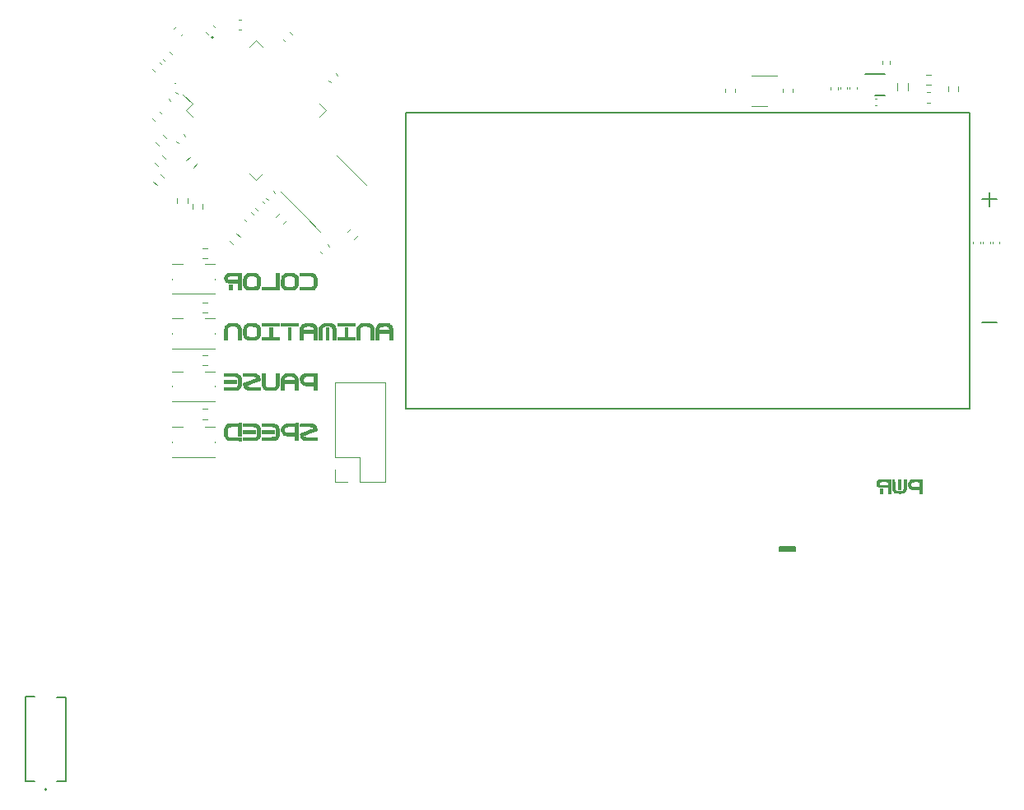
<source format=gbr>
%TF.GenerationSoftware,KiCad,Pcbnew,7.0.2-0*%
%TF.CreationDate,2023-09-28T22:34:41-05:00*%
%TF.ProjectId,spudglo_business_card,73707564-676c-46f5-9f62-7573696e6573,rev?*%
%TF.SameCoordinates,Original*%
%TF.FileFunction,Legend,Bot*%
%TF.FilePolarity,Positive*%
%FSLAX46Y46*%
G04 Gerber Fmt 4.6, Leading zero omitted, Abs format (unit mm)*
G04 Created by KiCad (PCBNEW 7.0.2-0) date 2023-09-28 22:34:41*
%MOMM*%
%LPD*%
G01*
G04 APERTURE LIST*
%ADD10C,0.150000*%
%ADD11C,0.120000*%
%ADD12C,0.152400*%
%ADD13C,0.127000*%
%ADD14C,0.200000*%
G04 APERTURE END LIST*
D10*
X241230000Y-133535000D02*
X242880000Y-133535000D01*
X242880000Y-134020000D01*
X241230000Y-134020000D01*
X241230000Y-133535000D01*
G36*
X241230000Y-133535000D02*
G01*
X242880000Y-133535000D01*
X242880000Y-134020000D01*
X241230000Y-134020000D01*
X241230000Y-133535000D01*
G37*
%TO.C,G\u002A\u002A\u002A*%
G36*
X192593738Y-120844736D02*
G01*
X192789292Y-120845008D01*
X192946907Y-120846118D01*
X193067011Y-120848571D01*
X193156712Y-120852872D01*
X193223120Y-120859523D01*
X193273344Y-120869029D01*
X193314493Y-120881895D01*
X193353677Y-120898623D01*
X193407821Y-120925576D01*
X193556028Y-121027258D01*
X193659794Y-121152187D01*
X193722383Y-121305280D01*
X193747056Y-121491452D01*
X193752967Y-121668989D01*
X193065792Y-121900835D01*
X193039387Y-121909753D01*
X192862636Y-121969911D01*
X192702842Y-122025079D01*
X192566389Y-122072995D01*
X192459660Y-122111398D01*
X192389039Y-122138024D01*
X192360909Y-122150613D01*
X192359144Y-122155919D01*
X192379453Y-122184257D01*
X192429828Y-122221359D01*
X192457506Y-122236761D01*
X192490703Y-122249776D01*
X192533839Y-122259379D01*
X192593843Y-122266086D01*
X192677646Y-122270414D01*
X192792178Y-122272876D01*
X192944370Y-122273989D01*
X193141151Y-122274268D01*
X193765847Y-122274365D01*
X193765847Y-122480450D01*
X193765847Y-122686535D01*
X193135678Y-122686535D01*
X192978352Y-122686367D01*
X192813266Y-122685364D01*
X192686322Y-122682981D01*
X192589950Y-122678683D01*
X192516583Y-122671936D01*
X192458651Y-122662205D01*
X192408585Y-122648955D01*
X192358818Y-122631651D01*
X192251313Y-122582348D01*
X192109714Y-122476905D01*
X192009844Y-122342006D01*
X191953309Y-122180107D01*
X191941714Y-121993664D01*
X191949721Y-121854805D01*
X192638819Y-121622829D01*
X192669306Y-121612544D01*
X192844830Y-121552453D01*
X193002281Y-121497094D01*
X193135488Y-121448746D01*
X193238278Y-121409685D01*
X193304478Y-121382190D01*
X193327916Y-121368538D01*
X193326674Y-121363951D01*
X193298292Y-121333480D01*
X193244194Y-121295178D01*
X193222755Y-121283092D01*
X193190129Y-121269685D01*
X193147859Y-121259741D01*
X193088965Y-121252748D01*
X193006469Y-121248194D01*
X192893391Y-121245565D01*
X192742752Y-121244349D01*
X192547573Y-121244035D01*
X191934674Y-121243939D01*
X191942198Y-121044294D01*
X191949721Y-120844649D01*
X192593738Y-120844736D01*
G37*
G36*
X191808038Y-121756878D02*
G01*
X191808038Y-122686535D01*
X191614833Y-122686535D01*
X191421628Y-122686535D01*
X191421628Y-121965237D01*
X191421628Y-121243939D01*
X191021511Y-121243939D01*
X190956965Y-121244148D01*
X190772746Y-121248602D01*
X190632469Y-121260794D01*
X190530449Y-121283281D01*
X190460999Y-121318619D01*
X190418432Y-121369365D01*
X190397062Y-121438075D01*
X190391202Y-121527306D01*
X190396825Y-121613125D01*
X190419140Y-121684963D01*
X190463930Y-121737563D01*
X190536948Y-121773680D01*
X190643943Y-121796068D01*
X190790666Y-121807481D01*
X190982870Y-121810673D01*
X191344346Y-121810673D01*
X191344346Y-122006006D01*
X191344346Y-122201339D01*
X190899975Y-122192546D01*
X190761068Y-122189562D01*
X190634199Y-122185527D01*
X190541447Y-122179765D01*
X190473330Y-122170979D01*
X190420365Y-122157873D01*
X190373068Y-122139149D01*
X190321958Y-122113512D01*
X190198512Y-122031020D01*
X190087650Y-121903881D01*
X190015501Y-121743339D01*
X189987295Y-121618610D01*
X189984272Y-121465526D01*
X190018779Y-121299773D01*
X190022625Y-121287251D01*
X190094065Y-121136867D01*
X190205513Y-121014708D01*
X190360763Y-120916523D01*
X190507125Y-120844649D01*
X191157581Y-120835934D01*
X191808038Y-120827220D01*
X191808038Y-121756878D01*
G37*
G36*
X188561009Y-120834257D02*
G01*
X188733473Y-120836070D01*
X189322135Y-120844649D01*
X189494292Y-120926209D01*
X189584248Y-120974089D01*
X189689695Y-121052784D01*
X189768452Y-121148540D01*
X189823239Y-121267909D01*
X189856780Y-121417448D01*
X189871797Y-121603711D01*
X189871012Y-121833253D01*
X189867078Y-121939029D01*
X189859168Y-122059457D01*
X189847020Y-122149689D01*
X189828730Y-122222407D01*
X189802395Y-122290291D01*
X189715711Y-122437036D01*
X189590666Y-122557477D01*
X189433354Y-122637773D01*
X189415522Y-122643748D01*
X189366099Y-122657448D01*
X189309828Y-122667610D01*
X189239267Y-122674637D01*
X189146971Y-122678934D01*
X189025497Y-122680905D01*
X188867400Y-122680953D01*
X188665239Y-122679484D01*
X188034103Y-122673655D01*
X188034103Y-122480450D01*
X188034103Y-122287245D01*
X188686834Y-122274365D01*
X189339566Y-122261484D01*
X189401692Y-122189206D01*
X189401866Y-122189004D01*
X189426893Y-122157036D01*
X189444089Y-122123049D01*
X189454916Y-122077141D01*
X189460837Y-122009414D01*
X189463317Y-121909968D01*
X189463819Y-121768902D01*
X189463736Y-121741288D01*
X189461103Y-121610888D01*
X189455319Y-121498261D01*
X189447132Y-121414655D01*
X189437295Y-121371315D01*
X189432648Y-121362900D01*
X189407338Y-121327063D01*
X189373161Y-121299165D01*
X189324026Y-121278231D01*
X189253840Y-121263288D01*
X189156512Y-121253362D01*
X189025950Y-121247477D01*
X188856062Y-121244661D01*
X188640757Y-121243939D01*
X188021222Y-121243939D01*
X188021222Y-121051225D01*
X188021384Y-121000812D01*
X188024115Y-120921513D01*
X188032969Y-120876625D01*
X188051438Y-120854377D01*
X188083017Y-120843001D01*
X188098124Y-120840850D01*
X188163286Y-120837301D01*
X188267659Y-120834961D01*
X188402985Y-120833917D01*
X188561009Y-120834257D01*
G37*
G36*
X186942815Y-120845109D02*
G01*
X187123398Y-120847630D01*
X187266113Y-120853721D01*
X187378208Y-120864885D01*
X187466929Y-120882626D01*
X187539524Y-120908449D01*
X187603242Y-120943856D01*
X187665329Y-120990353D01*
X187733033Y-121049442D01*
X187771968Y-121086890D01*
X187827750Y-121155225D01*
X187867994Y-121232923D01*
X187894702Y-121328355D01*
X187909877Y-121449895D01*
X187915519Y-121605914D01*
X187913630Y-121804784D01*
X187910102Y-121940192D01*
X187904861Y-122063119D01*
X187897353Y-122152324D01*
X187886346Y-122217510D01*
X187870609Y-122268377D01*
X187848909Y-122314630D01*
X187815724Y-122370237D01*
X187716711Y-122491343D01*
X187600118Y-122587919D01*
X187480249Y-122647066D01*
X187449674Y-122654785D01*
X187376611Y-122665702D01*
X187273031Y-122673894D01*
X187133691Y-122679623D01*
X186953345Y-122683151D01*
X186726750Y-122684741D01*
X186089174Y-122686535D01*
X186089174Y-122480450D01*
X186089174Y-122274365D01*
X186728370Y-122274365D01*
X187367567Y-122274365D01*
X187443094Y-122195532D01*
X187463030Y-122174173D01*
X187489580Y-122139203D01*
X187506677Y-122098619D01*
X187516965Y-122040946D01*
X187523087Y-121954712D01*
X187527689Y-121828442D01*
X187529997Y-121729289D01*
X187528032Y-121585440D01*
X187516466Y-121479361D01*
X187493282Y-121402468D01*
X187456461Y-121346176D01*
X187403989Y-121301900D01*
X187398886Y-121298478D01*
X187370141Y-121280990D01*
X187338685Y-121267703D01*
X187297545Y-121258041D01*
X187239748Y-121251428D01*
X187158322Y-121247287D01*
X187046293Y-121245043D01*
X186896689Y-121244119D01*
X186702536Y-121243939D01*
X186087007Y-121243939D01*
X186094530Y-121044294D01*
X186102054Y-120844649D01*
X186746070Y-120844649D01*
X186942815Y-120845109D01*
G37*
G36*
X185960371Y-121511889D02*
G01*
X185960371Y-122197083D01*
X185767166Y-122197083D01*
X185573961Y-122197083D01*
X185573961Y-121720511D01*
X185573961Y-121243939D01*
X185160097Y-121243939D01*
X185088190Y-121244011D01*
X184911172Y-121246609D01*
X184777485Y-121256803D01*
X184681036Y-121279775D01*
X184615733Y-121320704D01*
X184575481Y-121384768D01*
X184554188Y-121477148D01*
X184545762Y-121603023D01*
X184544108Y-121767573D01*
X184543535Y-122123764D01*
X184618835Y-122199064D01*
X184694136Y-122274365D01*
X185327253Y-122274365D01*
X185960371Y-122274365D01*
X185960371Y-122482374D01*
X185960371Y-122690383D01*
X185297034Y-122681798D01*
X185218138Y-122680759D01*
X185031968Y-122677945D01*
X184887783Y-122674743D01*
X184778579Y-122670538D01*
X184697350Y-122664717D01*
X184637091Y-122656666D01*
X184590798Y-122645771D01*
X184551466Y-122631417D01*
X184512089Y-122612991D01*
X184368969Y-122517625D01*
X184249649Y-122383765D01*
X184170846Y-122225373D01*
X184155351Y-122171587D01*
X184142096Y-122097915D01*
X184134886Y-122006586D01*
X184132924Y-121886353D01*
X184135410Y-121725974D01*
X184139350Y-121586666D01*
X184144875Y-121476494D01*
X184153527Y-121395555D01*
X184167126Y-121332316D01*
X184187494Y-121275249D01*
X184216451Y-121212822D01*
X184268370Y-121123945D01*
X184393965Y-120986114D01*
X184556415Y-120883580D01*
X184556947Y-120883334D01*
X184597677Y-120871123D01*
X184664738Y-120861135D01*
X184763167Y-120853055D01*
X184898001Y-120846565D01*
X185074277Y-120841350D01*
X185297034Y-120837093D01*
X185960371Y-120826694D01*
X185960371Y-121511889D01*
G37*
G36*
X189386537Y-121759579D02*
G01*
X189386537Y-121966092D01*
X188710320Y-121959224D01*
X188034103Y-121952357D01*
X188026391Y-121774338D01*
X188025006Y-121683320D01*
X188032865Y-121609180D01*
X188052152Y-121575087D01*
X188075867Y-121570362D01*
X188146059Y-121564986D01*
X188254518Y-121560376D01*
X188393903Y-121556764D01*
X188556871Y-121554381D01*
X188736080Y-121553461D01*
X189386537Y-121553066D01*
X189386537Y-121759579D01*
G37*
G36*
X187428728Y-121758717D02*
G01*
X187428728Y-121965237D01*
X186757867Y-121965237D01*
X186087007Y-121965237D01*
X186094530Y-121765592D01*
X186102054Y-121565947D01*
X186765391Y-121559072D01*
X187428728Y-121552197D01*
X187428728Y-121758717D01*
G37*
G36*
X193765847Y-116594142D02*
G01*
X193765847Y-117508645D01*
X193559762Y-117508645D01*
X193353677Y-117508645D01*
X193353677Y-116787346D01*
X193353677Y-116066048D01*
X192999468Y-116066663D01*
X192914113Y-116067209D01*
X192741299Y-116072117D01*
X192610002Y-116082985D01*
X192513284Y-116100914D01*
X192444203Y-116127004D01*
X192395820Y-116162355D01*
X192375444Y-116187616D01*
X192339034Y-116276486D01*
X192329242Y-116381047D01*
X192349338Y-116479008D01*
X192357720Y-116497923D01*
X192389391Y-116547935D01*
X192434532Y-116584116D01*
X192500732Y-116608577D01*
X192595582Y-116623434D01*
X192726670Y-116630798D01*
X192901586Y-116632783D01*
X193276395Y-116632783D01*
X193276395Y-116825987D01*
X193276395Y-117019192D01*
X192849749Y-117019192D01*
X192745639Y-117019058D01*
X192613088Y-117017764D01*
X192515960Y-117014125D01*
X192444314Y-117006976D01*
X192388205Y-116995154D01*
X192337693Y-116977495D01*
X192282833Y-116952834D01*
X192259062Y-116941071D01*
X192117536Y-116841905D01*
X192016894Y-116711788D01*
X191956843Y-116550215D01*
X191937093Y-116356683D01*
X191946193Y-116231893D01*
X191995461Y-116057582D01*
X192085560Y-115912353D01*
X192214321Y-115799320D01*
X192379575Y-115721597D01*
X192406831Y-115713635D01*
X192464758Y-115701615D01*
X192538798Y-115692658D01*
X192636029Y-115686374D01*
X192763532Y-115682371D01*
X192928386Y-115680256D01*
X193137670Y-115679639D01*
X193765847Y-115679639D01*
X193765847Y-116594142D01*
G37*
G36*
X190936142Y-115692521D02*
G01*
X191091291Y-115692872D01*
X191205455Y-115694622D01*
X191287698Y-115698901D01*
X191347083Y-115706841D01*
X191392672Y-115719573D01*
X191433529Y-115738227D01*
X191478717Y-115763935D01*
X191520349Y-115790808D01*
X191603277Y-115856384D01*
X191664976Y-115920268D01*
X191683243Y-115944768D01*
X191721112Y-116002229D01*
X191750508Y-116062257D01*
X191772485Y-116131843D01*
X191788099Y-116217979D01*
X191798405Y-116327658D01*
X191804461Y-116467871D01*
X191807319Y-116645610D01*
X191808038Y-116867867D01*
X191808038Y-117508645D01*
X191614833Y-117508645D01*
X191421628Y-117508645D01*
X191421628Y-116915322D01*
X191421507Y-116818505D01*
X191419823Y-116621295D01*
X191415179Y-116467007D01*
X191406337Y-116349589D01*
X191392063Y-116262990D01*
X191371122Y-116201159D01*
X191342278Y-116158045D01*
X191304295Y-116127596D01*
X191255938Y-116103762D01*
X191215269Y-116091729D01*
X191117930Y-116076981D01*
X190994144Y-116068184D01*
X190859177Y-116065843D01*
X190728294Y-116070466D01*
X190616759Y-116082558D01*
X190582098Y-116090005D01*
X190480949Y-116137556D01*
X190414865Y-116213203D01*
X190391202Y-116309544D01*
X190391202Y-116400937D01*
X190867774Y-116400937D01*
X191344346Y-116400937D01*
X191344346Y-116593573D01*
X191344346Y-116786210D01*
X190861334Y-116793218D01*
X190378322Y-116800227D01*
X190371155Y-117154436D01*
X190363988Y-117508645D01*
X190171510Y-117508645D01*
X189979032Y-117508645D01*
X189979032Y-116868472D01*
X189979852Y-116677653D01*
X189983276Y-116472222D01*
X189989303Y-116313117D01*
X189997860Y-116202049D01*
X190008878Y-116140734D01*
X190064003Y-116019852D01*
X190174532Y-115876731D01*
X190317836Y-115768829D01*
X190455604Y-115692519D01*
X190906415Y-115692519D01*
X190936142Y-115692521D01*
G37*
G36*
X188433393Y-116310368D02*
G01*
X188433393Y-116941097D01*
X188508499Y-117025226D01*
X188583605Y-117109355D01*
X188910141Y-117117946D01*
X189056483Y-117121299D01*
X189179120Y-117119604D01*
X189274286Y-117107527D01*
X189345465Y-117079927D01*
X189396139Y-117031660D01*
X189429790Y-116957586D01*
X189449901Y-116852561D01*
X189459955Y-116711443D01*
X189463433Y-116529090D01*
X189463819Y-116300360D01*
X189463819Y-115679639D01*
X189671828Y-115679639D01*
X189879837Y-115679639D01*
X189871473Y-116342975D01*
X189868738Y-116539550D01*
X189865580Y-116701619D01*
X189861571Y-116825802D01*
X189856156Y-116919073D01*
X189848780Y-116988407D01*
X189838885Y-117040777D01*
X189825916Y-117083158D01*
X189809317Y-117122524D01*
X189733234Y-117248259D01*
X189614714Y-117372677D01*
X189477271Y-117460444D01*
X189454250Y-117470114D01*
X189402178Y-117485883D01*
X189336285Y-117496674D01*
X189247152Y-117503352D01*
X189125359Y-117506781D01*
X188961486Y-117507827D01*
X188920404Y-117507835D01*
X188773028Y-117507037D01*
X188664727Y-117504058D01*
X188585412Y-117497783D01*
X188524997Y-117487097D01*
X188473393Y-117470886D01*
X188420513Y-117448034D01*
X188379624Y-117426382D01*
X188279868Y-117358031D01*
X188196561Y-117282376D01*
X188180114Y-117263746D01*
X188132989Y-117203155D01*
X188096074Y-117138871D01*
X188068159Y-117064065D01*
X188048034Y-116971910D01*
X188034489Y-116855575D01*
X188026312Y-116708235D01*
X188022293Y-116523058D01*
X188021222Y-116293218D01*
X188021222Y-115679639D01*
X188227308Y-115679639D01*
X188433393Y-115679639D01*
X188433393Y-116310368D01*
G37*
G36*
X186713870Y-115679782D02*
G01*
X186823252Y-115680197D01*
X186998061Y-115682506D01*
X187154842Y-115686573D01*
X187285224Y-115692089D01*
X187380832Y-115698746D01*
X187433295Y-115706237D01*
X187536564Y-115743486D01*
X187685771Y-115837516D01*
X187799884Y-115967325D01*
X187876187Y-116129430D01*
X187911964Y-116320343D01*
X187924642Y-116497538D01*
X187211916Y-116735107D01*
X187166190Y-116750360D01*
X186969102Y-116816535D01*
X186815281Y-116869256D01*
X186699932Y-116910484D01*
X186618262Y-116942177D01*
X186565475Y-116966297D01*
X186536776Y-116984802D01*
X186527372Y-116999651D01*
X186532468Y-117012805D01*
X186554103Y-117035985D01*
X186592597Y-117064151D01*
X186644336Y-117085568D01*
X186715695Y-117101116D01*
X186813051Y-117111676D01*
X186942779Y-117118129D01*
X187111256Y-117121355D01*
X187324858Y-117122235D01*
X187918180Y-117122235D01*
X187918180Y-117315440D01*
X187918180Y-117508645D01*
X187280604Y-117508501D01*
X187173144Y-117508130D01*
X186992101Y-117505873D01*
X186831105Y-117501815D01*
X186698024Y-117496243D01*
X186600725Y-117489446D01*
X186547076Y-117481709D01*
X186406689Y-117420533D01*
X186277578Y-117315922D01*
X186177265Y-117179825D01*
X186112286Y-117021268D01*
X186089174Y-116849275D01*
X186089174Y-116688597D01*
X186776661Y-116459435D01*
X186803171Y-116450578D01*
X186979655Y-116390548D01*
X187138719Y-116334648D01*
X187274046Y-116285231D01*
X187379319Y-116244652D01*
X187448220Y-116215264D01*
X187474432Y-116199422D01*
X187471559Y-116186424D01*
X187436261Y-116153307D01*
X187372999Y-116117876D01*
X187360922Y-116112538D01*
X187319624Y-116097214D01*
X187271990Y-116085733D01*
X187210492Y-116077543D01*
X187127597Y-116072088D01*
X187015775Y-116068818D01*
X186867496Y-116067177D01*
X186675229Y-116066614D01*
X186089174Y-116066048D01*
X186089174Y-115872843D01*
X186089174Y-115679639D01*
X186713870Y-115679782D01*
G37*
G36*
X184807581Y-115684519D02*
G01*
X184986374Y-115686698D01*
X185151501Y-115689217D01*
X185277988Y-115692356D01*
X185372748Y-115696771D01*
X185442693Y-115703118D01*
X185494738Y-115712054D01*
X185535795Y-115724235D01*
X185572779Y-115740318D01*
X185612602Y-115760959D01*
X185660816Y-115788774D01*
X185746801Y-115847581D01*
X185810880Y-115902642D01*
X185841149Y-115936185D01*
X185885662Y-115997277D01*
X185917723Y-116065492D01*
X185939266Y-116149694D01*
X185952224Y-116258749D01*
X185958530Y-116401521D01*
X185960119Y-116586874D01*
X185960034Y-116646949D01*
X185958924Y-116790614D01*
X185955659Y-116896115D01*
X185949132Y-116973382D01*
X185938231Y-117032350D01*
X185921848Y-117082950D01*
X185898872Y-117135115D01*
X185819151Y-117265816D01*
X185704328Y-117386087D01*
X185573961Y-117467635D01*
X185544699Y-117477757D01*
X185494429Y-117487921D01*
X185423301Y-117495585D01*
X185325183Y-117501068D01*
X185193944Y-117504691D01*
X185023454Y-117506774D01*
X184807581Y-117507636D01*
X184131364Y-117508645D01*
X184131364Y-117316699D01*
X184131364Y-117124753D01*
X184777535Y-117117054D01*
X185423706Y-117109355D01*
X185498833Y-117025226D01*
X185509676Y-117013036D01*
X185536733Y-116979610D01*
X185554880Y-116945350D01*
X185565897Y-116900116D01*
X185571563Y-116833773D01*
X185573658Y-116736183D01*
X185573961Y-116597209D01*
X185573961Y-116592847D01*
X185572940Y-116450624D01*
X185566480Y-116336641D01*
X185549460Y-116247773D01*
X185516759Y-116180890D01*
X185463257Y-116132868D01*
X185383835Y-116100577D01*
X185273373Y-116080892D01*
X185126749Y-116070684D01*
X184938844Y-116066826D01*
X184704539Y-116066192D01*
X184131364Y-116066048D01*
X184131364Y-115871284D01*
X184131364Y-115676520D01*
X184807581Y-115684519D01*
G37*
G36*
X185496679Y-116594142D02*
G01*
X185496679Y-116787346D01*
X184814022Y-116787346D01*
X184131364Y-116787346D01*
X184131364Y-116594142D01*
X184131364Y-116400937D01*
X184814022Y-116400937D01*
X185496679Y-116400937D01*
X185496679Y-116594142D01*
G37*
G36*
X200700414Y-110514845D02*
G01*
X200868043Y-110518542D01*
X200997131Y-110528567D01*
X201097223Y-110547171D01*
X201177860Y-110576607D01*
X201248588Y-110619127D01*
X201318950Y-110676984D01*
X201341646Y-110697618D01*
X201396814Y-110750848D01*
X201440226Y-110802108D01*
X201473378Y-110858084D01*
X201497768Y-110925462D01*
X201514891Y-111010930D01*
X201526245Y-111121173D01*
X201533327Y-111262878D01*
X201537633Y-111442730D01*
X201540660Y-111667417D01*
X201548636Y-112356515D01*
X201353895Y-112356515D01*
X201159154Y-112356515D01*
X201159154Y-111763192D01*
X201158607Y-111535727D01*
X201154763Y-111348466D01*
X201144317Y-111202707D01*
X201123964Y-111093376D01*
X201090398Y-111015401D01*
X201040317Y-110963710D01*
X200970414Y-110933231D01*
X200877385Y-110918891D01*
X200757925Y-110915616D01*
X200608730Y-110918336D01*
X200477041Y-110922001D01*
X200374757Y-110926905D01*
X200305201Y-110934405D01*
X200258595Y-110946178D01*
X200225162Y-110963901D01*
X200195125Y-110989251D01*
X200151051Y-111044844D01*
X200128728Y-111137374D01*
X200128728Y-111223046D01*
X200592419Y-111223046D01*
X201056111Y-111223046D01*
X201056111Y-111429131D01*
X201056111Y-111635217D01*
X200579539Y-111635217D01*
X200102967Y-111635217D01*
X200102967Y-111995866D01*
X200102967Y-112356515D01*
X199909762Y-112356515D01*
X199716557Y-112356515D01*
X199716809Y-111693178D01*
X199716879Y-111586380D01*
X199717389Y-111406745D01*
X199718846Y-111268067D01*
X199721793Y-111163292D01*
X199726776Y-111085364D01*
X199734339Y-111027230D01*
X199745026Y-110981834D01*
X199759383Y-110942122D01*
X199777952Y-110901038D01*
X199858954Y-110766277D01*
X199968319Y-110659372D01*
X200115847Y-110573971D01*
X200165792Y-110552617D01*
X200219820Y-110535665D01*
X200282694Y-110524619D01*
X200365081Y-110518250D01*
X200477648Y-110515329D01*
X200631060Y-110514628D01*
X200700414Y-110514845D01*
G37*
G36*
X198836692Y-110514765D02*
G01*
X198954598Y-110516131D01*
X199039420Y-110520231D01*
X199101407Y-110528570D01*
X199150810Y-110542654D01*
X199197880Y-110563988D01*
X199252865Y-110594078D01*
X199281569Y-110611058D01*
X199422016Y-110727767D01*
X199523385Y-110877242D01*
X199583505Y-111056448D01*
X199584690Y-111062837D01*
X199592586Y-111132289D01*
X199599376Y-111237119D01*
X199604971Y-111368639D01*
X199609287Y-111518164D01*
X199612235Y-111677007D01*
X199613729Y-111836483D01*
X199613681Y-111987905D01*
X199612005Y-112122588D01*
X199608615Y-112231846D01*
X199603422Y-112306992D01*
X199596341Y-112339341D01*
X199594960Y-112340378D01*
X199557497Y-112348547D01*
X199484489Y-112354324D01*
X199390256Y-112356515D01*
X199201344Y-112356515D01*
X199201344Y-111736980D01*
X199201236Y-111634092D01*
X199199849Y-111441215D01*
X199195995Y-111291006D01*
X199188591Y-111177374D01*
X199176552Y-111094229D01*
X199158795Y-111035479D01*
X199134237Y-110995034D01*
X199101793Y-110966802D01*
X199060380Y-110944694D01*
X199030708Y-110935904D01*
X198946202Y-110924222D01*
X198825609Y-110916670D01*
X198678479Y-110914015D01*
X198547032Y-110915063D01*
X198446319Y-110919281D01*
X198375680Y-110928089D01*
X198324060Y-110942907D01*
X198280401Y-110965157D01*
X198265526Y-110974283D01*
X198214604Y-111006545D01*
X198191353Y-111023023D01*
X198189711Y-111043035D01*
X198187036Y-111108365D01*
X198183729Y-111212323D01*
X198179992Y-111347986D01*
X198176026Y-111508432D01*
X198172033Y-111686738D01*
X198158038Y-112343634D01*
X197964833Y-112343634D01*
X197771628Y-112343634D01*
X197771628Y-111673858D01*
X197771628Y-111004081D01*
X197848910Y-110864384D01*
X197921994Y-110756942D01*
X198056297Y-110632127D01*
X198218033Y-110548156D01*
X198254237Y-110538750D01*
X198359220Y-110525438D01*
X198512430Y-110517353D01*
X198711892Y-110514628D01*
X198836692Y-110514765D01*
G37*
G36*
X196934407Y-111467772D02*
G01*
X196934407Y-111944344D01*
X197295056Y-111944344D01*
X197655705Y-111944344D01*
X197655705Y-112150430D01*
X197655705Y-112356515D01*
X196741202Y-112356515D01*
X195826699Y-112356515D01*
X195826699Y-112150430D01*
X195826699Y-111944344D01*
X196187348Y-111944344D01*
X196547997Y-111944344D01*
X196547997Y-111467772D01*
X196547997Y-110991200D01*
X196741202Y-110991200D01*
X196934407Y-110991200D01*
X196934407Y-111467772D01*
G37*
G36*
X194885323Y-110506863D02*
G01*
X194919085Y-110508181D01*
X195095143Y-110521041D01*
X195232813Y-110544983D01*
X195342961Y-110583622D01*
X195436453Y-110640576D01*
X195524155Y-110719459D01*
X195560662Y-110758797D01*
X195602373Y-110812640D01*
X195634729Y-110871613D01*
X195658901Y-110942342D01*
X195676056Y-111031452D01*
X195687364Y-111145568D01*
X195693995Y-111291315D01*
X195697115Y-111475320D01*
X195697896Y-111704207D01*
X195697896Y-112356515D01*
X195504691Y-112356515D01*
X195311486Y-112356515D01*
X195311486Y-111748593D01*
X195311150Y-111530282D01*
X195307996Y-111345178D01*
X195298752Y-111201420D01*
X195280145Y-111093785D01*
X195248904Y-111017049D01*
X195201754Y-110965988D01*
X195135423Y-110935377D01*
X195046640Y-110919994D01*
X194932130Y-110914615D01*
X194788621Y-110914015D01*
X194657174Y-110915063D01*
X194556461Y-110919281D01*
X194485822Y-110928089D01*
X194434202Y-110942907D01*
X194390543Y-110965157D01*
X194375668Y-110974283D01*
X194324746Y-111006545D01*
X194301495Y-111023023D01*
X194299853Y-111043035D01*
X194297178Y-111108365D01*
X194293871Y-111212323D01*
X194290134Y-111347986D01*
X194286168Y-111508432D01*
X194282175Y-111686738D01*
X194268180Y-112343634D01*
X194066656Y-112351192D01*
X193865132Y-112358750D01*
X193873451Y-111666441D01*
X193881770Y-110974131D01*
X193959803Y-110847422D01*
X193981194Y-110815083D01*
X194102377Y-110685060D01*
X194255581Y-110585966D01*
X194428328Y-110526349D01*
X194462748Y-110520432D01*
X194578860Y-110509491D01*
X194724824Y-110504751D01*
X194885323Y-110506863D01*
G37*
G36*
X194976598Y-111673858D02*
G01*
X194976598Y-112356515D01*
X194783393Y-112356515D01*
X194590188Y-112356515D01*
X194590188Y-111673858D01*
X194590188Y-110991200D01*
X194783393Y-110991200D01*
X194976598Y-110991200D01*
X194976598Y-111673858D01*
G37*
G36*
X193120412Y-110520625D02*
G01*
X193286817Y-110547564D01*
X193418078Y-110592150D01*
X193522435Y-110658424D01*
X193608126Y-110750425D01*
X193683392Y-110872193D01*
X193752967Y-111004081D01*
X193761313Y-111681416D01*
X193769660Y-112358751D01*
X193568108Y-112351193D01*
X193366557Y-112343634D01*
X193353677Y-111712499D01*
X193352282Y-111645987D01*
X193347296Y-111448096D01*
X193341253Y-111293809D01*
X193333138Y-111176993D01*
X193321936Y-111091513D01*
X193306633Y-111031235D01*
X193286216Y-110990025D01*
X193259668Y-110961748D01*
X193225977Y-110940269D01*
X193195181Y-110931373D01*
X193117011Y-110922129D01*
X193009487Y-110916558D01*
X192885445Y-110914623D01*
X192757725Y-110916284D01*
X192639165Y-110921505D01*
X192542603Y-110930247D01*
X192480876Y-110942472D01*
X192402895Y-110993450D01*
X192345447Y-111076094D01*
X192323251Y-111170246D01*
X192323310Y-111175159D01*
X192326608Y-111192455D01*
X192339987Y-111204991D01*
X192370353Y-111213531D01*
X192424613Y-111218842D01*
X192509673Y-111221688D01*
X192632441Y-111222834D01*
X192799823Y-111223046D01*
X193276395Y-111223046D01*
X193276395Y-111429131D01*
X193276395Y-111635217D01*
X192799823Y-111635217D01*
X192323251Y-111635217D01*
X192323251Y-111995866D01*
X192323251Y-112356515D01*
X192130046Y-112356515D01*
X191936841Y-112356515D01*
X191936841Y-111678916D01*
X191936841Y-111001316D01*
X192003811Y-110866926D01*
X192063151Y-110769961D01*
X192168656Y-110663163D01*
X192305578Y-110585013D01*
X192477583Y-110534109D01*
X192688337Y-110509051D01*
X192941506Y-110508435D01*
X193120412Y-110520625D01*
G37*
G36*
X191086740Y-111673858D02*
G01*
X191086740Y-112356515D01*
X190893535Y-112356515D01*
X190700330Y-112356515D01*
X190700330Y-111673858D01*
X190700330Y-110991200D01*
X190893535Y-110991200D01*
X191086740Y-110991200D01*
X191086740Y-111673858D01*
G37*
G36*
X189154691Y-111465962D02*
G01*
X189154691Y-111942890D01*
X189508900Y-111950058D01*
X189863109Y-111957225D01*
X189870875Y-112121956D01*
X189872924Y-112202282D01*
X189871040Y-112278932D01*
X189865117Y-112321931D01*
X189863469Y-112324778D01*
X189847597Y-112333724D01*
X189812648Y-112340743D01*
X189753988Y-112345978D01*
X189666984Y-112349573D01*
X189547001Y-112351670D01*
X189389407Y-112352412D01*
X189189567Y-112351943D01*
X188942847Y-112350405D01*
X188034103Y-112343634D01*
X188034103Y-112150430D01*
X188034103Y-111957225D01*
X188387733Y-111950061D01*
X188741364Y-111942898D01*
X188748382Y-111473489D01*
X188755401Y-111004081D01*
X188955046Y-110996557D01*
X189154691Y-110989033D01*
X189154691Y-111465962D01*
G37*
G36*
X187891081Y-111828107D02*
G01*
X187866824Y-111925108D01*
X187832908Y-111999979D01*
X187729302Y-112143766D01*
X187591677Y-112257637D01*
X187430232Y-112332088D01*
X187397481Y-112339244D01*
X187303519Y-112349046D01*
X187178752Y-112354204D01*
X187036563Y-112354937D01*
X186890332Y-112351461D01*
X186753439Y-112343995D01*
X186639265Y-112332755D01*
X186561192Y-112317960D01*
X186421434Y-112258101D01*
X186276980Y-112150768D01*
X186166456Y-112013428D01*
X186164406Y-112009993D01*
X186141960Y-111969930D01*
X186125667Y-111930724D01*
X186114543Y-111883645D01*
X186107603Y-111819964D01*
X186103864Y-111730951D01*
X186102343Y-111607877D01*
X186102173Y-111510429D01*
X186477894Y-111510429D01*
X186481264Y-111649450D01*
X186493877Y-111750650D01*
X186517690Y-111821989D01*
X186554657Y-111871425D01*
X186606736Y-111906918D01*
X186653899Y-111923178D01*
X186734705Y-111935372D01*
X186852660Y-111942210D01*
X187014871Y-111944344D01*
X187050333Y-111944340D01*
X187177136Y-111943743D01*
X187265090Y-111940837D01*
X187324513Y-111933774D01*
X187365720Y-111920707D01*
X187399031Y-111899790D01*
X187434761Y-111869176D01*
X187518890Y-111794007D01*
X187518890Y-111431830D01*
X187518859Y-111357487D01*
X187518022Y-111235615D01*
X187514851Y-111151212D01*
X187507781Y-111094777D01*
X187495248Y-111056803D01*
X187475687Y-111027787D01*
X187447536Y-110998226D01*
X187436932Y-110987709D01*
X187407803Y-110962332D01*
X187375262Y-110944874D01*
X187329689Y-110933547D01*
X187261465Y-110926561D01*
X187160969Y-110922127D01*
X187018581Y-110918456D01*
X186660980Y-110910113D01*
X186574722Y-110987122D01*
X186488464Y-111064130D01*
X186479873Y-111390667D01*
X186477894Y-111510429D01*
X186102173Y-111510429D01*
X186102054Y-111442012D01*
X186102060Y-111394839D01*
X186102477Y-111241381D01*
X186104324Y-111128305D01*
X186108670Y-111046755D01*
X186116581Y-110987873D01*
X186129127Y-110942803D01*
X186147374Y-110902688D01*
X186172391Y-110858672D01*
X186197236Y-110819715D01*
X186262730Y-110734150D01*
X186326955Y-110668004D01*
X186362887Y-110638602D01*
X186429674Y-110591692D01*
X186498396Y-110558364D01*
X186578962Y-110536338D01*
X186681278Y-110523335D01*
X186815254Y-110517074D01*
X186990797Y-110515278D01*
X187000280Y-110515264D01*
X187153687Y-110515736D01*
X187266574Y-110518403D01*
X187349377Y-110524423D01*
X187412533Y-110534954D01*
X187466481Y-110551154D01*
X187521656Y-110574182D01*
X187553636Y-110589642D01*
X187694600Y-110684035D01*
X187806622Y-110803461D01*
X187878435Y-110936478D01*
X187885708Y-110960214D01*
X187905389Y-111069179D01*
X187917337Y-111211009D01*
X187921716Y-111371760D01*
X187918691Y-111537490D01*
X187908425Y-111694254D01*
X187895500Y-111794007D01*
X187891081Y-111828107D01*
G37*
G36*
X185202788Y-110514798D02*
G01*
X185322474Y-110516213D01*
X185408791Y-110520235D01*
X185471679Y-110528226D01*
X185521076Y-110541547D01*
X185566921Y-110561559D01*
X185619153Y-110589625D01*
X185675213Y-110624376D01*
X185759454Y-110688979D01*
X185819796Y-110750218D01*
X185842870Y-110781377D01*
X185878727Y-110837061D01*
X185906499Y-110895941D01*
X185927204Y-110964918D01*
X185941860Y-111050896D01*
X185951486Y-111160776D01*
X185957101Y-111301461D01*
X185959723Y-111479854D01*
X185960371Y-111702857D01*
X185960371Y-112356515D01*
X185767166Y-112356515D01*
X185573961Y-112356515D01*
X185573961Y-111748593D01*
X185573624Y-111530282D01*
X185570470Y-111345178D01*
X185561226Y-111201420D01*
X185542620Y-111093785D01*
X185511378Y-111017049D01*
X185464229Y-110965988D01*
X185397898Y-110935377D01*
X185309114Y-110919994D01*
X185194604Y-110914615D01*
X185051096Y-110914015D01*
X184919649Y-110915063D01*
X184818936Y-110919281D01*
X184748297Y-110928089D01*
X184696676Y-110942907D01*
X184653018Y-110965157D01*
X184638143Y-110974283D01*
X184587220Y-111006545D01*
X184563970Y-111023023D01*
X184562327Y-111043035D01*
X184559653Y-111108365D01*
X184556346Y-111212323D01*
X184552609Y-111347986D01*
X184548643Y-111508432D01*
X184544650Y-111686738D01*
X184530655Y-112343634D01*
X184337450Y-112343634D01*
X184144245Y-112343634D01*
X184137327Y-111727173D01*
X184136891Y-111686078D01*
X184135855Y-111465391D01*
X184138337Y-111288193D01*
X184145380Y-111147630D01*
X184158029Y-111036851D01*
X184177328Y-110949005D01*
X184204322Y-110877241D01*
X184240054Y-110814707D01*
X184285569Y-110754552D01*
X184330082Y-110709914D01*
X184417451Y-110642846D01*
X184511860Y-110587108D01*
X184552068Y-110567744D01*
X184603912Y-110545979D01*
X184655975Y-110531150D01*
X184718518Y-110521929D01*
X184801801Y-110516987D01*
X184916085Y-110514997D01*
X185071628Y-110514628D01*
X185202788Y-110514798D01*
G37*
G36*
X197650349Y-110714273D02*
G01*
X197657872Y-110913918D01*
X196741202Y-110913918D01*
X195824532Y-110913918D01*
X195832056Y-110714273D01*
X195839579Y-110514628D01*
X196741202Y-110514628D01*
X197642825Y-110514628D01*
X197650349Y-110714273D01*
G37*
G36*
X191808038Y-110707504D02*
G01*
X191808038Y-110913918D01*
X190892451Y-110913918D01*
X189976865Y-110913918D01*
X189984388Y-110714273D01*
X189991912Y-110514628D01*
X190899975Y-110507859D01*
X191808038Y-110501089D01*
X191808038Y-110707504D01*
G37*
G36*
X188791877Y-110506133D02*
G01*
X189000127Y-110507435D01*
X189863109Y-110514628D01*
X189870875Y-110679359D01*
X189872924Y-110759686D01*
X189871040Y-110836336D01*
X189865117Y-110879335D01*
X189863469Y-110882181D01*
X189847597Y-110891127D01*
X189812648Y-110898146D01*
X189753988Y-110903382D01*
X189666984Y-110906976D01*
X189547001Y-110909073D01*
X189389407Y-110909816D01*
X189189567Y-110909346D01*
X188942847Y-110907809D01*
X188034103Y-110901038D01*
X188026550Y-110715044D01*
X188024962Y-110673326D01*
X188024136Y-110593021D01*
X188030670Y-110547748D01*
X188047628Y-110525593D01*
X188078071Y-110514645D01*
X188099277Y-110512391D01*
X188169597Y-110509607D01*
X188280531Y-110507538D01*
X188425565Y-110506236D01*
X188598185Y-110505750D01*
X188791877Y-110506133D01*
G37*
G36*
X192697085Y-105349903D02*
G01*
X192902863Y-105352510D01*
X193067736Y-105359019D01*
X193198589Y-105370855D01*
X193302306Y-105389441D01*
X193385772Y-105416199D01*
X193455870Y-105452553D01*
X193519484Y-105499926D01*
X193583498Y-105559740D01*
X193625107Y-105604889D01*
X193682310Y-105687892D01*
X193722534Y-105784733D01*
X193748231Y-105904709D01*
X193761852Y-106057113D01*
X193765847Y-106251241D01*
X193759626Y-106451863D01*
X193734799Y-106649237D01*
X193688758Y-106808321D01*
X193619098Y-106934765D01*
X193523413Y-107034221D01*
X193399297Y-107112338D01*
X193367028Y-107128175D01*
X193328561Y-107144773D01*
X193287815Y-107157261D01*
X193237757Y-107166224D01*
X193171352Y-107172247D01*
X193081564Y-107175914D01*
X192961359Y-107177809D01*
X192803703Y-107178518D01*
X192601560Y-107178624D01*
X191936841Y-107178624D01*
X191936841Y-106985419D01*
X191936841Y-106792215D01*
X192541004Y-106792215D01*
X192612307Y-106792166D01*
X192808396Y-106791050D01*
X192961158Y-106787650D01*
X193076827Y-106780903D01*
X193161637Y-106769743D01*
X193221822Y-106753104D01*
X193263616Y-106729924D01*
X193293253Y-106699136D01*
X193316968Y-106659675D01*
X193320347Y-106652134D01*
X193335598Y-106586734D01*
X193346439Y-106487291D01*
X193352857Y-106366001D01*
X193354834Y-106235058D01*
X193352354Y-106106658D01*
X193345402Y-105992996D01*
X193333962Y-105906266D01*
X193318017Y-105858664D01*
X193298191Y-105835275D01*
X193258795Y-105803126D01*
X193205897Y-105778584D01*
X193133166Y-105760678D01*
X193034270Y-105748439D01*
X192902879Y-105740897D01*
X192732661Y-105737084D01*
X192517283Y-105736028D01*
X191936841Y-105736028D01*
X191936841Y-105542823D01*
X191936841Y-105349618D01*
X192567011Y-105349618D01*
X192697085Y-105349903D01*
G37*
G36*
X191805103Y-106409731D02*
G01*
X191797187Y-106550881D01*
X191785001Y-106666627D01*
X191768678Y-106743987D01*
X191695801Y-106891317D01*
X191580705Y-107022729D01*
X191436334Y-107117294D01*
X191427244Y-107121495D01*
X191374116Y-107143737D01*
X191321350Y-107159199D01*
X191258572Y-107169041D01*
X191175406Y-107174419D01*
X191061479Y-107176490D01*
X190906415Y-107176413D01*
X190884398Y-107176284D01*
X190723324Y-107173047D01*
X190587182Y-107166273D01*
X190484823Y-107156549D01*
X190425102Y-107144464D01*
X190352714Y-107111875D01*
X190230739Y-107033300D01*
X190124433Y-106937522D01*
X190051114Y-106838701D01*
X190035678Y-106808457D01*
X190018336Y-106765825D01*
X190006283Y-106716867D01*
X189998567Y-106652544D01*
X189994235Y-106563817D01*
X189992334Y-106441650D01*
X189991912Y-106277002D01*
X189991918Y-106264908D01*
X190391202Y-106264908D01*
X190391208Y-106272349D01*
X190393451Y-106413624D01*
X190399294Y-106533150D01*
X190408051Y-106621009D01*
X190419036Y-106667286D01*
X190421678Y-106671777D01*
X190467572Y-106717188D01*
X190534132Y-106755754D01*
X190540221Y-106758070D01*
X190610717Y-106772869D01*
X190715870Y-106783425D01*
X190841366Y-106789544D01*
X190972889Y-106791028D01*
X191096122Y-106787682D01*
X191196752Y-106779308D01*
X191260461Y-106765711D01*
X191268071Y-106762521D01*
X191329265Y-106722516D01*
X191372955Y-106659665D01*
X191401384Y-106566976D01*
X191416797Y-106437458D01*
X191421436Y-106264121D01*
X191421435Y-106261531D01*
X191416924Y-106084180D01*
X191399338Y-105951493D01*
X191362341Y-105857137D01*
X191299599Y-105794775D01*
X191204774Y-105758074D01*
X191071531Y-105740699D01*
X190893535Y-105736315D01*
X190855632Y-105736645D01*
X190739166Y-105741335D01*
X190637000Y-105750420D01*
X190567735Y-105762412D01*
X190546281Y-105768772D01*
X190487520Y-105794140D01*
X190445565Y-105832074D01*
X190417686Y-105890346D01*
X190401153Y-105976728D01*
X190393235Y-106098992D01*
X190391202Y-106264908D01*
X189991918Y-106264908D01*
X189991923Y-106256418D01*
X189993710Y-106073932D01*
X190000218Y-105932938D01*
X190013827Y-105824344D01*
X190036916Y-105739060D01*
X190071865Y-105667997D01*
X190121051Y-105602063D01*
X190186856Y-105532167D01*
X190206230Y-105512972D01*
X190264309Y-105459928D01*
X190320238Y-105421045D01*
X190382961Y-105394136D01*
X190461420Y-105377014D01*
X190564560Y-105367492D01*
X190701324Y-105363382D01*
X190880655Y-105362499D01*
X191331466Y-105362499D01*
X191469428Y-105438914D01*
X191595293Y-105523657D01*
X191710308Y-105646119D01*
X191778634Y-105785547D01*
X191791363Y-105850709D01*
X191801878Y-105963667D01*
X191807584Y-106103143D01*
X191808614Y-106256159D01*
X191808432Y-106264121D01*
X191805103Y-106409731D01*
G37*
G36*
X189875989Y-106264121D02*
G01*
X189875989Y-107178624D01*
X188948606Y-107178624D01*
X188021222Y-107178624D01*
X188021222Y-106985419D01*
X188021222Y-106792215D01*
X188742521Y-106792215D01*
X189463819Y-106792215D01*
X189463819Y-106070916D01*
X189463819Y-105349618D01*
X189669904Y-105349618D01*
X189875989Y-105349618D01*
X189875989Y-106264121D01*
G37*
G36*
X187915517Y-106381690D02*
G01*
X187908801Y-106546991D01*
X187891666Y-106678267D01*
X187862326Y-106784378D01*
X187818994Y-106874183D01*
X187759886Y-106956542D01*
X187727466Y-106990809D01*
X187639749Y-107061925D01*
X187546476Y-107117294D01*
X187491949Y-107140790D01*
X187438230Y-107157569D01*
X187375581Y-107168464D01*
X187293354Y-107174728D01*
X187180904Y-107177613D01*
X187027586Y-107178373D01*
X187009293Y-107178368D01*
X186822184Y-107175504D01*
X186676032Y-107165977D01*
X186561277Y-107147662D01*
X186468362Y-107118433D01*
X186387727Y-107076163D01*
X186309814Y-107018727D01*
X186275734Y-106986532D01*
X186205469Y-106899706D01*
X186150504Y-106806920D01*
X186146303Y-106797831D01*
X186124061Y-106744702D01*
X186108599Y-106691936D01*
X186098757Y-106629158D01*
X186093379Y-106545993D01*
X186091308Y-106432066D01*
X186091382Y-106282614D01*
X186475963Y-106282614D01*
X186476823Y-106373412D01*
X186483371Y-106503916D01*
X186498952Y-106597334D01*
X186526626Y-106662869D01*
X186569457Y-106709721D01*
X186630506Y-106747093D01*
X186636580Y-106750057D01*
X186693506Y-106770415D01*
X186768376Y-106783338D01*
X186872343Y-106790126D01*
X187016557Y-106792078D01*
X187038950Y-106792027D01*
X187205149Y-106786468D01*
X187329523Y-106767317D01*
X187418003Y-106728317D01*
X187476522Y-106663208D01*
X187511011Y-106565732D01*
X187527401Y-106429630D01*
X187531626Y-106248645D01*
X187529042Y-106103754D01*
X187515063Y-105969408D01*
X187482969Y-105873718D01*
X187426147Y-105809831D01*
X187337982Y-105770893D01*
X187211861Y-105750051D01*
X187041170Y-105740453D01*
X186987681Y-105738989D01*
X186815326Y-105740577D01*
X186686156Y-105757833D01*
X186594110Y-105796573D01*
X186533127Y-105862607D01*
X186497149Y-105961750D01*
X186480114Y-106099815D01*
X186475963Y-106282614D01*
X186091382Y-106282614D01*
X186091385Y-106277002D01*
X186091514Y-106254984D01*
X186094751Y-106093911D01*
X186101525Y-105957768D01*
X186111249Y-105855409D01*
X186123334Y-105795688D01*
X186202988Y-105642428D01*
X186316437Y-105511751D01*
X186451559Y-105417979D01*
X186463485Y-105412071D01*
X186518346Y-105386973D01*
X186570309Y-105369675D01*
X186630259Y-105358735D01*
X186709078Y-105352707D01*
X186817649Y-105350150D01*
X186966855Y-105349618D01*
X187124840Y-105351268D01*
X187274224Y-105358765D01*
X187392171Y-105374359D01*
X187489500Y-105400250D01*
X187577033Y-105438639D01*
X187665590Y-105491727D01*
X187699946Y-105518396D01*
X187772325Y-105593230D01*
X187833034Y-105677490D01*
X187845546Y-105699059D01*
X187869919Y-105746061D01*
X187886961Y-105793479D01*
X187898283Y-105851534D01*
X187905494Y-105930445D01*
X187910204Y-106040432D01*
X187914022Y-106191716D01*
X187914470Y-106248645D01*
X187915517Y-106381690D01*
G37*
G36*
X185960371Y-106264121D02*
G01*
X185960371Y-107178624D01*
X185767166Y-107178624D01*
X185573961Y-107178624D01*
X185573961Y-106455280D01*
X185573961Y-105731936D01*
X185101282Y-105740422D01*
X184993356Y-105742562D01*
X184835920Y-105747484D01*
X184720125Y-105755382D01*
X184639621Y-105768132D01*
X184588059Y-105787610D01*
X184559091Y-105815692D01*
X184546366Y-105854252D01*
X184543535Y-105905166D01*
X184543539Y-105907416D01*
X184548262Y-105962675D01*
X184566201Y-106003999D01*
X184603736Y-106033369D01*
X184667241Y-106052766D01*
X184763096Y-106064170D01*
X184897676Y-106069560D01*
X185077360Y-106070916D01*
X185496679Y-106070916D01*
X185496679Y-106264121D01*
X185496679Y-106457326D01*
X185026547Y-106456760D01*
X185020678Y-106456753D01*
X184847913Y-106455798D01*
X184717838Y-106453007D01*
X184621889Y-106447668D01*
X184551502Y-106439075D01*
X184498111Y-106426516D01*
X184453152Y-106409283D01*
X184392442Y-106376547D01*
X184276511Y-106276237D01*
X184194562Y-106148557D01*
X184148899Y-106003268D01*
X184141824Y-105850133D01*
X184175640Y-105698914D01*
X184252650Y-105559371D01*
X184283000Y-105526235D01*
X184361797Y-105463110D01*
X184450358Y-105411499D01*
X184479909Y-105398058D01*
X184519201Y-105382609D01*
X184561736Y-105370889D01*
X184614411Y-105362380D01*
X184684123Y-105356563D01*
X184777768Y-105352921D01*
X184902243Y-105350937D01*
X185064446Y-105350093D01*
X185271273Y-105349870D01*
X185960371Y-105349618D01*
X185960371Y-106264121D01*
G37*
G36*
X185007227Y-106855488D02*
G01*
X185007227Y-107178624D01*
X184813229Y-107178624D01*
X184619231Y-107178624D01*
X184626464Y-106863056D01*
X184633697Y-106547488D01*
X184820462Y-106539920D01*
X185007227Y-106532351D01*
X185007227Y-106855488D01*
G37*
D11*
%TO.C,R9*%
X256842224Y-86002500D02*
X256332776Y-86002500D01*
X256842224Y-84957500D02*
X256332776Y-84957500D01*
%TO.C,R3*%
X196785655Y-101125419D02*
X197145889Y-100765185D01*
X197524581Y-101864345D02*
X197884815Y-101504111D01*
%TO.C,C18*%
X182482684Y-80783929D02*
X182275831Y-80577076D01*
X183203933Y-80062680D02*
X182997080Y-79855827D01*
%TO.C,C24*%
X256733767Y-87810000D02*
X256441233Y-87810000D01*
X256733767Y-86790000D02*
X256441233Y-86790000D01*
%TO.C,C8*%
X194747318Y-102436069D02*
X194954171Y-102642922D01*
X194026069Y-103157318D02*
X194232922Y-103364171D01*
%TO.C,R1*%
X251880000Y-83853641D02*
X251880000Y-83546359D01*
X252640000Y-83853641D02*
X252640000Y-83546359D01*
%TO.C,R11*%
X181344346Y-94144580D02*
X180984112Y-94504814D01*
X180605420Y-93405654D02*
X180245186Y-93765888D01*
%TO.C,U3*%
X187423022Y-81380604D02*
X186751271Y-82052355D01*
X180868142Y-87935484D02*
X179920619Y-86987960D01*
X180196391Y-88607235D02*
X180868142Y-87935484D01*
X188094773Y-82052355D02*
X187423022Y-81380604D01*
X180868142Y-89278986D02*
X180196391Y-88607235D01*
X193977902Y-87935484D02*
X194649653Y-88607235D01*
X186751271Y-95162115D02*
X187423022Y-95833866D01*
X194649653Y-88607235D02*
X193977902Y-89278986D01*
X187423022Y-95833866D02*
X188094773Y-95162115D01*
%TO.C,C19*%
X176972922Y-84604171D02*
X176766069Y-84397318D01*
X177694171Y-83882922D02*
X177487318Y-83676069D01*
D12*
%TO.C,SW1*%
X163682740Y-157730000D02*
X163671800Y-149020000D01*
X164620000Y-157730000D02*
X163682740Y-157730000D01*
X167878630Y-157710000D02*
X166941370Y-157710000D01*
X166921370Y-149030000D02*
X167858630Y-149030000D01*
X167858630Y-149030000D02*
X167878630Y-157710000D01*
X163671800Y-149020000D02*
X164609060Y-149020000D01*
X165856200Y-158523500D02*
G75*
G03*
X165856200Y-158523500I-76200J0D01*
G01*
D11*
%TO.C,C22*%
X242652500Y-86441233D02*
X242652500Y-86733767D01*
X241632500Y-86441233D02*
X241632500Y-86733767D01*
%TO.C,C10*%
X189178139Y-96929126D02*
X189384992Y-97135979D01*
X188456890Y-97650375D02*
X188663743Y-97857228D01*
%TO.C,C5*%
X263880000Y-102152164D02*
X263880000Y-102367836D01*
X263160000Y-102152164D02*
X263160000Y-102367836D01*
%TO.C,C6*%
X261920000Y-102142164D02*
X261920000Y-102357836D01*
X261200000Y-102142164D02*
X261200000Y-102357836D01*
%TO.C,R4*%
X185035419Y-102394345D02*
X184675185Y-102034111D01*
X185774345Y-101655419D02*
X185414111Y-101295185D01*
%TO.C,C17*%
X186948259Y-99129243D02*
X187155112Y-99336096D01*
X186227010Y-99850492D02*
X186433863Y-100057345D01*
%TO.C,C20*%
X178022922Y-83534171D02*
X177816069Y-83327318D01*
X178744171Y-82812922D02*
X178537318Y-82606069D01*
%TO.C,R6*%
X179327500Y-98187224D02*
X179327500Y-97677776D01*
X180372500Y-98187224D02*
X180372500Y-97677776D01*
%TO.C,C4*%
X247240001Y-86242164D02*
X247240001Y-86457836D01*
X246520001Y-86242164D02*
X246520001Y-86457836D01*
%TO.C,R15*%
X181942779Y-119377502D02*
X182452227Y-119377502D01*
X181942779Y-120422502D02*
X182452227Y-120422502D01*
%TO.C,G\u002A\u002A\u002A*%
G36*
X253759412Y-127152521D02*
G01*
X253759412Y-127707479D01*
X253599328Y-127707479D01*
X253439244Y-127707479D01*
X253439244Y-127152521D01*
X253439244Y-126597563D01*
X253599328Y-126597563D01*
X253759412Y-126597563D01*
X253759412Y-127152521D01*
G37*
G36*
X251945127Y-127845284D02*
G01*
X251945127Y-128113026D01*
X251784386Y-128113026D01*
X251623645Y-128113026D01*
X251629638Y-127851555D01*
X251635631Y-127590084D01*
X251790379Y-127583813D01*
X251945127Y-127577542D01*
X251945127Y-127845284D01*
G37*
G36*
X252756219Y-127355294D02*
G01*
X252756219Y-128113026D01*
X252596473Y-128113026D01*
X252436726Y-128113026D01*
X252431052Y-127520715D01*
X252425379Y-126928404D01*
X252073194Y-126922309D01*
X251993122Y-126921236D01*
X251878584Y-126920836D01*
X251781747Y-126921851D01*
X251710936Y-126924169D01*
X251674476Y-126927678D01*
X251662375Y-126931103D01*
X251599431Y-126968945D01*
X251566335Y-127025826D01*
X251566569Y-127090701D01*
X251603614Y-127152521D01*
X251611037Y-127159537D01*
X251631527Y-127173515D01*
X251660542Y-127183295D01*
X251704913Y-127189616D01*
X251771472Y-127193216D01*
X251867053Y-127194835D01*
X251998488Y-127195210D01*
X252350673Y-127195210D01*
X252350673Y-127355294D01*
X252350673Y-127515378D01*
X251969078Y-127515378D01*
X251824115Y-127514489D01*
X251704829Y-127511319D01*
X251617021Y-127505470D01*
X251554918Y-127496546D01*
X251512747Y-127484152D01*
X251477206Y-127467918D01*
X251367091Y-127392289D01*
X251291794Y-127292323D01*
X251251001Y-127167474D01*
X251244400Y-127017197D01*
X251255667Y-126929633D01*
X251296859Y-126814787D01*
X251369852Y-126724653D01*
X251478304Y-126653548D01*
X251590651Y-126597563D01*
X252173435Y-126597563D01*
X252756219Y-126597563D01*
X252756219Y-127355294D01*
G37*
G36*
X255979244Y-126597563D02*
G01*
X255979244Y-127355294D01*
X255979244Y-128113026D01*
X255819498Y-128113026D01*
X255659751Y-128113026D01*
X255654078Y-127520715D01*
X255648404Y-126928404D01*
X255343385Y-126922476D01*
X255210451Y-126921340D01*
X255081561Y-126925198D01*
X254984881Y-126935836D01*
X254914792Y-126954313D01*
X254865678Y-126981689D01*
X254831918Y-127019027D01*
X254808393Y-127068233D01*
X254795136Y-127158338D01*
X254811375Y-127247463D01*
X254855830Y-127319541D01*
X254872384Y-127335591D01*
X254895050Y-127352778D01*
X254923550Y-127364661D01*
X254965254Y-127372457D01*
X255027531Y-127377381D01*
X255117751Y-127380649D01*
X255243284Y-127383478D01*
X255573698Y-127390316D01*
X255573698Y-127550274D01*
X255573698Y-127710231D01*
X255205505Y-127703519D01*
X255054675Y-127699726D01*
X254936550Y-127693253D01*
X254846448Y-127682302D01*
X254776981Y-127665027D01*
X254720764Y-127639580D01*
X254670409Y-127604117D01*
X254618529Y-127556789D01*
X254593653Y-127530451D01*
X254518805Y-127414872D01*
X254475787Y-127282193D01*
X254464567Y-127141368D01*
X254485114Y-127001354D01*
X254537395Y-126871104D01*
X254621378Y-126759574D01*
X254655552Y-126726933D01*
X254703968Y-126687582D01*
X254755718Y-126657046D01*
X254816424Y-126634227D01*
X254891704Y-126618028D01*
X254987178Y-126607350D01*
X255108467Y-126601094D01*
X255261190Y-126598163D01*
X255450967Y-126597458D01*
X255979244Y-126597563D01*
G37*
G36*
X253165434Y-127115168D02*
G01*
X253167755Y-127271656D01*
X253172221Y-127427688D01*
X253181185Y-127548986D01*
X253197527Y-127639924D01*
X253224126Y-127704874D01*
X253263863Y-127748209D01*
X253319619Y-127774302D01*
X253394273Y-127787526D01*
X253490705Y-127792253D01*
X253611796Y-127792857D01*
X253706250Y-127792438D01*
X253804180Y-127788386D01*
X253880557Y-127776363D01*
X253938061Y-127752031D01*
X253979372Y-127711049D01*
X254007169Y-127649077D01*
X254024132Y-127561776D01*
X254032941Y-127444805D01*
X254036274Y-127293825D01*
X254036811Y-127104496D01*
X254036891Y-126597563D01*
X254196975Y-126597563D01*
X254357059Y-126597563D01*
X254357059Y-127148330D01*
X254357018Y-127284810D01*
X254356585Y-127422424D01*
X254355270Y-127527831D01*
X254352585Y-127606866D01*
X254348039Y-127665363D01*
X254341142Y-127709160D01*
X254331405Y-127744090D01*
X254318337Y-127775990D01*
X254301448Y-127810695D01*
X254292867Y-127827169D01*
X254215786Y-127936711D01*
X254118444Y-128025968D01*
X254012621Y-128083802D01*
X254002001Y-128087069D01*
X253936094Y-128098050D01*
X253840490Y-128105678D01*
X253725476Y-128109974D01*
X253601341Y-128110959D01*
X253478373Y-128108655D01*
X253366860Y-128103080D01*
X253277090Y-128094257D01*
X253219353Y-128082205D01*
X253124297Y-128039122D01*
X253003714Y-127948352D01*
X252913877Y-127829324D01*
X252852269Y-127718152D01*
X252845362Y-127157857D01*
X252838455Y-126597563D01*
X252998443Y-126597563D01*
X253158431Y-126597563D01*
X253165434Y-127115168D01*
G37*
%TO.C,R7*%
X177614111Y-95225185D02*
X177974345Y-95585419D01*
X176875185Y-95964111D02*
X177235419Y-96324345D01*
%TO.C,C14*%
X178642682Y-87673931D02*
X178435829Y-87467078D01*
X179363931Y-86952682D02*
X179157078Y-86745829D01*
%TO.C,C15*%
X179947078Y-91095829D02*
X180153931Y-91302682D01*
X179225829Y-91817078D02*
X179432682Y-92023931D01*
%TO.C,C7*%
X262900000Y-102142164D02*
X262900000Y-102357836D01*
X262180000Y-102142164D02*
X262180000Y-102357836D01*
%TO.C,C9*%
X176962922Y-89684171D02*
X176756069Y-89477318D01*
X177684171Y-88962922D02*
X177477318Y-88756069D01*
%TO.C,SW3*%
X183200000Y-113160000D02*
X178800000Y-113160000D01*
X183200000Y-111660000D02*
X183200000Y-111560000D01*
X182150000Y-110060000D02*
X183200000Y-110060000D01*
X178800000Y-111660000D02*
X178800000Y-111560000D01*
X178800000Y-110060000D02*
X179850000Y-110060000D01*
%TO.C,R2*%
X189475185Y-99595889D02*
X189835419Y-99235655D01*
X190214111Y-100334815D02*
X190574345Y-99974581D01*
%TO.C,C2*%
X248240000Y-86232164D02*
X248240000Y-86447836D01*
X247520000Y-86232164D02*
X247520000Y-86447836D01*
D13*
%TO.C,BT1*%
X263580000Y-110490000D02*
X262080000Y-110490000D01*
X263580000Y-97790000D02*
X262080000Y-97790000D01*
X262830000Y-98540000D02*
X262830000Y-97040000D01*
X260840000Y-119330000D02*
X260840000Y-88830000D01*
X260840000Y-88830000D02*
X202840000Y-88830000D01*
X202840000Y-119330000D02*
X260840000Y-119330000D01*
X202840000Y-88830000D02*
X202840000Y-119330000D01*
D11*
%TO.C,C1*%
X251287836Y-88119999D02*
X251072164Y-88119999D01*
X251287836Y-87399999D02*
X251072164Y-87399999D01*
%TO.C,R5*%
X180877498Y-98782227D02*
X180877498Y-98272779D01*
X181922498Y-98782227D02*
X181922498Y-98272779D01*
%TO.C,R14*%
X181882776Y-102827500D02*
X182392224Y-102827500D01*
X181882776Y-103872500D02*
X182392224Y-103872500D01*
%TO.C,R12*%
X177445419Y-92264345D02*
X177085185Y-91904111D01*
X178184345Y-91525419D02*
X177824111Y-91165185D01*
%TO.C,SW2*%
X183200000Y-107530000D02*
X178800000Y-107530000D01*
X183200000Y-106030000D02*
X183200000Y-105930000D01*
X182150000Y-104430000D02*
X183200000Y-104430000D01*
X178800000Y-106030000D02*
X178800000Y-105930000D01*
X178800000Y-104430000D02*
X179850000Y-104430000D01*
%TO.C,R16*%
X181887776Y-113807500D02*
X182397224Y-113807500D01*
X181887776Y-114852500D02*
X182397224Y-114852500D01*
%TO.C,C21*%
X178975949Y-80212802D02*
X179182802Y-80005949D01*
X179697198Y-80934051D02*
X179904051Y-80727198D01*
%TO.C,U2*%
X197248259Y-94784522D02*
X195692625Y-93228887D01*
X197248259Y-94784522D02*
X198803894Y-96340156D01*
X192461147Y-99571634D02*
X189915562Y-97026050D01*
X192461147Y-99571634D02*
X194016781Y-101127269D01*
%TO.C,C3*%
X249220000Y-86232164D02*
X249220000Y-86447836D01*
X248500000Y-86232164D02*
X248500000Y-86447836D01*
D10*
%TO.C,U1*%
X250090000Y-84890000D02*
X252090000Y-84890000D01*
X251090000Y-87090000D02*
X252090000Y-87090000D01*
D11*
%TO.C,C13*%
X185903776Y-80290011D02*
X185611242Y-80290011D01*
X185903776Y-79270011D02*
X185611242Y-79270011D01*
%TO.C,L1*%
X253340000Y-86619622D02*
X253340000Y-85820378D01*
X254460000Y-86619622D02*
X254460000Y-85820378D01*
%TO.C,R8*%
X177724581Y-93255655D02*
X178084815Y-93615889D01*
X176985655Y-93994581D02*
X177345889Y-94354815D01*
%TO.C,C23*%
X236732500Y-86443733D02*
X236732500Y-86736267D01*
X235712500Y-86443733D02*
X235712500Y-86736267D01*
D14*
%TO.C,U4*%
X183025965Y-81124746D02*
G75*
G03*
X183025965Y-81124746I-100000J0D01*
G01*
D11*
%TO.C,R13*%
X181937776Y-108407500D02*
X182447224Y-108407500D01*
X181937776Y-109452500D02*
X182447224Y-109452500D01*
%TO.C,SW4*%
X183200000Y-118595000D02*
X178800000Y-118595000D01*
X183200000Y-117095000D02*
X183200000Y-116995000D01*
X182150000Y-115495000D02*
X183200000Y-115495000D01*
X178800000Y-117095000D02*
X178800000Y-116995000D01*
X178800000Y-115495000D02*
X179850000Y-115495000D01*
%TO.C,R10*%
X258597500Y-86652224D02*
X258597500Y-86142776D01*
X259642500Y-86652224D02*
X259642500Y-86142776D01*
D10*
%TO.C,U5*%
X179120564Y-85839436D02*
G75*
G03*
X179120564Y-85839436I-50000J0D01*
G01*
D11*
%TO.C,C11*%
X195096215Y-85736023D02*
X194889362Y-85529170D01*
X195817464Y-85014774D02*
X195610611Y-84807921D01*
%TO.C,U6*%
X239192500Y-88200000D02*
X239992500Y-88200000D01*
X239192500Y-88200000D02*
X238392500Y-88200000D01*
X239192500Y-85080000D02*
X240992500Y-85080000D01*
X239192500Y-85080000D02*
X238392500Y-85080000D01*
%TO.C,J1*%
X195520000Y-116630000D02*
X200720000Y-116630000D01*
X195520000Y-124310000D02*
X195520000Y-116630000D01*
X195520000Y-124310000D02*
X198120000Y-124310000D01*
X195520000Y-125580000D02*
X195520000Y-126910000D01*
X195520000Y-126910000D02*
X196850000Y-126910000D01*
X198120000Y-124310000D02*
X198120000Y-126910000D01*
X198120000Y-126910000D02*
X200720000Y-126910000D01*
X200720000Y-126910000D02*
X200720000Y-116630000D01*
%TO.C,SW5*%
X183200000Y-124340000D02*
X178800000Y-124340000D01*
X183200000Y-122840000D02*
X183200000Y-122740000D01*
X182150000Y-121240000D02*
X183200000Y-121240000D01*
X178800000Y-122840000D02*
X178800000Y-122740000D01*
X178800000Y-121240000D02*
X179850000Y-121240000D01*
%TO.C,C16*%
X188078139Y-97999126D02*
X188284992Y-98205979D01*
X187356890Y-98720375D02*
X187563743Y-98927228D01*
%TO.C,C12*%
X190392682Y-81513931D02*
X190185829Y-81307078D01*
X191113931Y-80792682D02*
X190907078Y-80585829D01*
%TD*%
M02*

</source>
